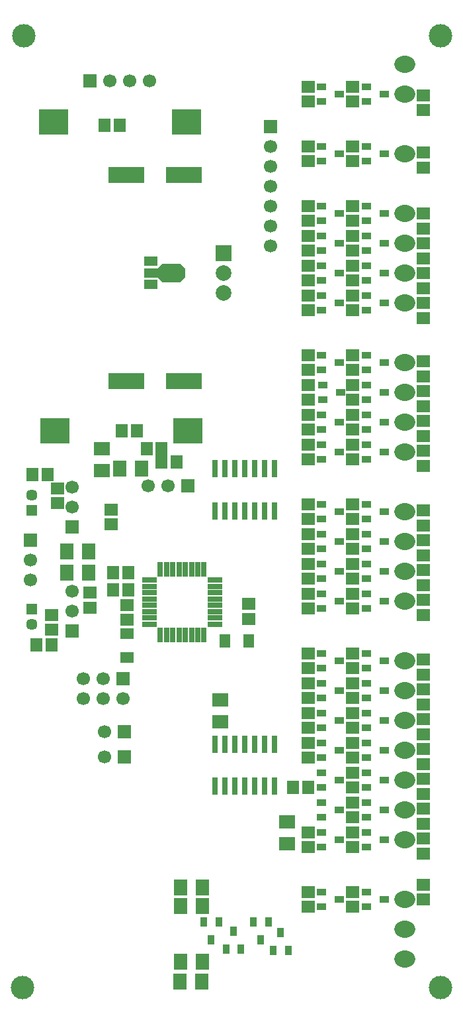
<source format=gbr>
G04 DipTrace 3.3.1.3*
G04 BottomMask.gbr*
%MOIN*%
G04 #@! TF.FileFunction,Soldermask,Bot*
G04 #@! TF.Part,Single*
%AMOUTLINE1*
4,1,10,
-0.104331,0.023622,
-0.035095,0.023622,
-0.011473,0.047244,
0.078402,0.047244,
0.104331,0.021316,
0.104331,-0.021316,
0.078402,-0.047244,
-0.011473,-0.047244,
-0.035095,-0.023622,
-0.104331,-0.023622,
-0.104331,0.023622,
0*%
%AMOUTLINE4*
4,1,20,
0.0,0.043339,
0.016215,0.041284,
0.030941,0.035282,
0.042783,0.025807,
0.050522,0.013657,
0.053226,0.0,
0.050522,-0.013657,
0.042783,-0.025807,
0.030941,-0.035282,
0.016215,-0.041284,
0.0,-0.043339,
-0.016215,-0.041284,
-0.030941,-0.035282,
-0.042783,-0.025807,
-0.050522,-0.013657,
-0.053226,0.0,
-0.050522,0.013657,
-0.042783,0.025807,
-0.030941,0.035282,
-0.016215,0.041284,
0.0,0.043339,
0*%
%ADD44C,0.11811*%
%ADD51C,0.07874*%
%ADD53R,0.07874X0.07874*%
%ADD55R,0.066929X0.047244*%
%ADD57R,0.145669X0.125984*%
%ADD59R,0.031496X0.086614*%
%ADD61R,0.027559X0.074803*%
%ADD63R,0.074803X0.027559*%
%ADD65R,0.07874X0.070866*%
%ADD67R,0.049213X0.033465*%
%ADD69R,0.033465X0.049213*%
%ADD71R,0.070866X0.055118*%
%ADD73R,0.055118X0.070866*%
%ADD75C,0.066929*%
%ADD77R,0.066929X0.066929*%
%ADD79R,0.070866X0.07874*%
%ADD81C,0.057087*%
%ADD83R,0.057087X0.057087*%
%ADD85R,0.059055X0.066929*%
%ADD87R,0.181102X0.07874*%
%ADD89R,0.066929X0.059055*%
%ADD95OUTLINE1*%
%ADD98OUTLINE4*%
%FSLAX26Y26*%
G04*
G70*
G90*
G75*
G01*
G04 BotMask*
%LPD*%
D89*
X1637451Y2356201D3*
Y2431004D3*
X1024951Y2424950D3*
Y2350147D3*
D87*
X1312449Y4587450D3*
X1021110D3*
D85*
X912451Y4837451D3*
X987255D3*
X999953Y3299950D3*
X1074756D3*
D87*
X1312449Y3549951D3*
X1021110D3*
D83*
X543702Y2899950D3*
D81*
Y2978690D3*
D83*
X543701Y2406201D3*
D81*
Y2327461D3*
D89*
X643701Y2374950D3*
Y2300147D3*
X674951Y3012450D3*
Y2937647D3*
D85*
X1274951Y3143701D3*
X1200148D3*
X624951Y3081201D3*
X550148D3*
X643702Y2224950D3*
X568899D3*
D79*
X831202Y2587450D3*
X720966D3*
X831202Y2693701D3*
X720966D3*
D44*
X506202Y5287450D3*
X499951Y499950D3*
X2606202Y5287450D3*
Y499951D3*
D77*
X1749951Y4831201D3*
D75*
Y4731201D3*
Y4631201D3*
Y4531201D3*
Y4431201D3*
Y4331201D3*
Y4231201D3*
D77*
X1006202Y2056201D3*
D75*
Y1956201D3*
X906202Y2056201D3*
Y1956201D3*
X806202Y2056201D3*
Y1956201D3*
D77*
X837450Y5062450D3*
D75*
X937450D3*
X1037450D3*
X1137450D3*
D77*
X537451Y2749951D3*
D75*
Y2649951D3*
Y2549951D3*
D77*
X1012451Y1787450D3*
D75*
X912451D3*
D77*
X1012451Y1662450D3*
D75*
X912451D3*
D73*
X1637451Y2243701D3*
X1519341D3*
D71*
X1024951Y2281201D3*
Y2163091D3*
D69*
X1599953Y693702D3*
X1525150D3*
X1562551Y784253D3*
X1662453Y831201D3*
X1737256D3*
X1699854Y740650D3*
X1412453Y831201D3*
X1487256D3*
X1449854Y740650D3*
X1837451Y687450D3*
X1762648D3*
X1800050Y778001D3*
D67*
X2231201Y907235D3*
Y982038D3*
X2321752Y944636D3*
X2006201Y907235D3*
Y982038D3*
X2096752Y944636D3*
X2231201Y1357234D3*
Y1432037D3*
X2321752Y1394635D3*
X2006201Y1357234D3*
Y1432037D3*
X2096752Y1394635D3*
X2231201Y1207235D3*
Y1282038D3*
X2321752Y1244636D3*
X2006201Y1207235D3*
Y1282038D3*
X2096752Y1244636D3*
X2231201Y1507235D3*
Y1582038D3*
X2321752Y1544636D3*
X2006201Y1507235D3*
Y1582038D3*
X2096752Y1544636D3*
X2231201Y1657234D3*
Y1732037D3*
X2321752Y1694635D3*
X2006201Y1657234D3*
Y1732037D3*
X2096752Y1694635D3*
X2231201Y1807235D3*
Y1882038D3*
X2321752Y1844636D3*
X2006201Y1807235D3*
Y1882038D3*
X2096752Y1844636D3*
X2231201Y1957234D3*
Y2032037D3*
X2321752Y1994635D3*
X2006201Y1957234D3*
Y2032037D3*
X2096752Y1994635D3*
X2231201Y2107235D3*
Y2182038D3*
X2321752Y2144636D3*
X2006201Y2107235D3*
Y2182038D3*
X2096752Y2144636D3*
X2231201Y2407235D3*
Y2482038D3*
X2321752Y2444636D3*
X2006201Y2407235D3*
Y2482038D3*
X2096752Y2444636D3*
X2231201Y2557235D3*
Y2632038D3*
X2321752Y2594636D3*
X2006201Y2557235D3*
Y2632038D3*
X2096752Y2594636D3*
X2231201Y2707235D3*
Y2782038D3*
X2321752Y2744636D3*
X2006201Y2707235D3*
Y2782038D3*
X2096752Y2744636D3*
X2231201Y2857235D3*
Y2932038D3*
X2321752Y2894636D3*
X2006201Y2857235D3*
Y2932038D3*
X2096752Y2894636D3*
X2231201Y3157235D3*
Y3232038D3*
X2321752Y3194636D3*
X2006201Y3157235D3*
Y3232038D3*
X2096752Y3194636D3*
X2231201Y3307235D3*
Y3382038D3*
X2321752Y3344636D3*
X2006201Y3307235D3*
Y3382038D3*
X2096752Y3344636D3*
X2231201Y3457235D3*
Y3532038D3*
X2321752Y3494636D3*
X2012451Y3457235D3*
Y3532038D3*
X2103003Y3494636D3*
X2231201Y3607235D3*
Y3682038D3*
X2321752Y3644636D3*
X2006201Y3607235D3*
Y3682038D3*
X2096752Y3644636D3*
X2231201Y4957235D3*
Y5032038D3*
X2321752Y4994636D3*
X2006201Y4957235D3*
Y5032038D3*
X2096752Y4994636D3*
X2231201Y4657235D3*
Y4732038D3*
X2321752Y4694636D3*
X2006201Y4657235D3*
Y4732038D3*
X2096752Y4694636D3*
X2231201Y4357235D3*
Y4432038D3*
X2321752Y4394636D3*
X2006201Y4357235D3*
Y4432038D3*
X2096752Y4394636D3*
X2231201Y4207235D3*
Y4282038D3*
X2321752Y4244636D3*
X2006201Y4207235D3*
Y4282038D3*
X2096752Y4244636D3*
X2231201Y4057235D3*
Y4132038D3*
X2321752Y4094636D3*
X2006201Y4057235D3*
Y4132038D3*
X2096752Y4094636D3*
X2231201Y3907235D3*
Y3982038D3*
X2321752Y3944636D3*
X2006201Y3907235D3*
Y3982038D3*
X2096752Y3944636D3*
D79*
X1406202Y1006201D3*
X1295966D3*
X1292668Y531201D3*
X1402904D3*
X1294735Y912451D3*
X1404971D3*
X1406202Y631201D3*
X1295966D3*
D89*
X2162451Y982235D3*
Y907432D3*
X2518702Y1019735D3*
Y944932D3*
X1937451Y982235D3*
Y907432D3*
X2162451Y1432235D3*
Y1357432D3*
X2518702Y1325986D3*
Y1400789D3*
D65*
X1831202Y1224950D3*
Y1335186D3*
D89*
X2162451Y1282235D3*
Y1207432D3*
X2518701Y1175986D3*
Y1250789D3*
X1937451Y1282235D3*
Y1207432D3*
X2162451Y1582235D3*
Y1507432D3*
X2518702Y1475986D3*
Y1550789D3*
D85*
X1862451Y1507235D3*
X1937255D3*
D89*
X2162451Y1732235D3*
Y1657432D3*
X2518701Y1625986D3*
Y1700789D3*
X1937451Y1732235D3*
Y1657432D3*
X2162451Y1882235D3*
Y1807432D3*
X2518702Y1775986D3*
Y1850789D3*
X1937451Y1882235D3*
Y1807432D3*
X2162451Y2032235D3*
Y1957432D3*
X2518702Y1925986D3*
Y2000789D3*
X1937451Y2032235D3*
Y1957432D3*
X2162451Y2182235D3*
Y2107432D3*
X2518701Y2075986D3*
Y2150789D3*
X1937451Y2182235D3*
Y2107432D3*
X2162451Y2482234D3*
Y2407430D3*
X2518702Y2375986D3*
Y2450789D3*
X1937451Y2482234D3*
Y2407430D3*
X2162451Y2632235D3*
Y2557432D3*
X2518702Y2525986D3*
Y2600789D3*
X1937451Y2632235D3*
Y2557432D3*
X2162451Y2782234D3*
Y2707430D3*
X2518702Y2675986D3*
Y2750789D3*
X1937451Y2782234D3*
Y2707430D3*
X2162451Y2932235D3*
Y2857432D3*
X2518702Y2825986D3*
Y2900789D3*
X1937451Y2932235D3*
Y2857432D3*
X2162451Y3232235D3*
Y3157432D3*
X2518701Y3125986D3*
Y3200789D3*
X1937451Y3232235D3*
Y3157432D3*
X2162451Y3382234D3*
Y3307430D3*
X2518701Y3275986D3*
Y3350789D3*
X1937451Y3382234D3*
Y3307430D3*
X2162451Y3532235D3*
Y3457432D3*
X2518701Y3425986D3*
Y3500789D3*
X1937451Y3532235D3*
Y3457432D3*
X2162451Y3682038D3*
Y3607235D3*
X2518702Y3575986D3*
Y3650789D3*
X1937451Y3682234D3*
Y3607430D3*
X2162451Y5032235D3*
Y4957432D3*
X2518701Y4913486D3*
Y4988289D3*
X1937451Y5032235D3*
Y4957432D3*
X2162451Y4732235D3*
Y4657432D3*
X2518702Y4625986D3*
Y4700789D3*
X1937451Y4732235D3*
Y4657432D3*
X2162451Y4432235D3*
Y4357432D3*
X2518702Y4319735D3*
Y4394538D3*
X1937451Y4432235D3*
Y4357432D3*
X2162451Y4282235D3*
Y4207432D3*
X2518701Y4169735D3*
Y4244538D3*
X1937451Y4282235D3*
Y4207432D3*
X2162451Y4132235D3*
Y4057432D3*
X2518702Y4019735D3*
Y4094538D3*
X1937451Y4132235D3*
Y4057432D3*
X2162451Y3982235D3*
Y3907432D3*
X2518701Y3869735D3*
Y3944538D3*
X1937451Y3982235D3*
Y3907432D3*
X943701Y2906201D3*
Y2831398D3*
D77*
X1331202Y3024950D3*
D75*
X1231202D3*
X1131202D3*
D77*
X749951Y2293701D3*
D75*
Y2393701D3*
Y2493701D3*
D77*
Y2818701D3*
D75*
Y2918701D3*
Y3018701D3*
D89*
X837451Y2412451D3*
Y2487255D3*
D85*
X956202Y2587451D3*
X1031005D3*
X956202Y2499950D3*
X1031005D3*
X1124951Y3212450D3*
X1199755D3*
D65*
X1493701Y1837450D3*
Y1947686D3*
D79*
X1099951Y3112451D3*
X989715D3*
D65*
X899951Y3212451D3*
Y3102215D3*
D63*
X1468701Y2549951D3*
Y2518455D3*
Y2486959D3*
Y2455463D3*
Y2423967D3*
Y2392471D3*
Y2360975D3*
Y2329479D3*
D61*
X1413583Y2274361D3*
X1382087D3*
X1350591D3*
X1319094D3*
X1287598D3*
X1256102D3*
X1224606D3*
X1193110D3*
D63*
X1137992Y2329479D3*
Y2360975D3*
Y2392471D3*
Y2423967D3*
Y2455463D3*
Y2486959D3*
Y2518455D3*
Y2549951D3*
D61*
X1193110Y2605070D3*
X1224606D3*
X1256102D3*
X1287598D3*
X1319094D3*
X1350591D3*
X1382087D3*
X1413583D3*
D59*
X1468701Y1725984D3*
X1518701D3*
X1568701D3*
X1618701D3*
X1668701D3*
X1718701D3*
X1768701D3*
Y1513386D3*
X1718701D3*
X1668701D3*
X1618701D3*
X1568701D3*
X1518701D3*
X1468701D3*
Y3112450D3*
X1518701D3*
X1568701D3*
X1618701D3*
X1668701D3*
X1718701D3*
X1768701D3*
Y2899852D3*
X1718701D3*
X1668701D3*
X1618701D3*
X1568701D3*
X1518701D3*
X1468701D3*
D57*
X1331202Y3299951D3*
X1324942Y4856211D3*
X662462Y3299951D3*
X656202Y4856211D3*
D55*
X1143702Y4037451D3*
D95*
X1214568Y4096507D3*
D55*
X1143702Y4155562D3*
D53*
X1512453Y4193699D3*
D51*
Y3993699D3*
Y4093699D3*
D98*
X2424951Y644735D3*
Y794735D3*
Y944735D3*
Y1244735D3*
Y1394735D3*
Y1544735D3*
Y1694735D3*
Y1844735D3*
Y1994735D3*
Y2144735D3*
Y2594735D3*
Y2444735D3*
Y2744735D3*
Y2894735D3*
Y3194735D3*
Y3344735D3*
Y3494735D3*
Y3644735D3*
Y3944735D3*
Y4094735D3*
Y4244735D3*
Y4394735D3*
Y4694735D3*
Y4994735D3*
Y5144735D3*
M02*

</source>
